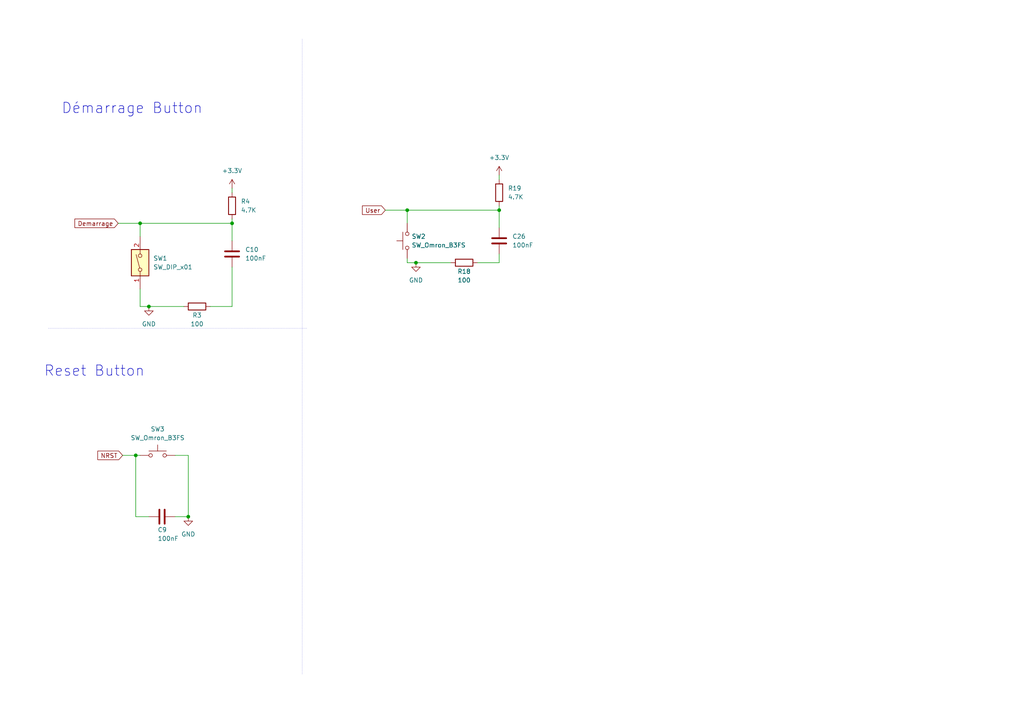
<source format=kicad_sch>
(kicad_sch (version 20230121) (generator eeschema)
  (paper "A4")
  (lib_symbols
    (symbol "C_1" (pin_numbers hide) (pin_names (offset 0.254))
      (property "Reference" "C" (at 0.635 2.54 0))
      (property "Value" "C" (at 0.635 -2.54 0))
      (symbol "C_1_0_1"
        (polyline (pts (xy -2.032 -0.762) (xy 2.032 -0.762)) (stroke (width 0.508)))
        (polyline (pts (xy -2.032 0.762) (xy 2.032 0.762)) (stroke (width 0.508)))
      )
      (symbol "C_1_1_1"
        (pin passive line (at 0 3.81 270) (length 2.794) (name "~") (number "1"))
        (pin passive line (at 0 -3.81 90) (length 2.794) (name "~") (number "2"))
      )
    )
    (symbol "R_1" (pin_numbers hide) (pin_names (offset 0))
      (property "Reference" "R" (at 2.032 0 90))
      (property "Value" "R" (at 0 0 90))
      (symbol "R_1_0_1"
        (rectangle (start -1.016 -2.54) (end 1.016 2.54) (stroke (width 0.254)))
      )
      (symbol "R_1_1_1"
        (pin passive line (at 0 3.81 270) (length 1.27) (name "~") (number "1"))
        (pin passive line (at 0 -3.81 90) (length 1.27) (name "~") (number "2"))
      )
    )
    (symbol "Switch:SW_DIP_x01" (pin_names (offset 0) hide)
      (property "Reference" "SW" (at 0 3.81 0))
      (property "Value" "SW_DIP_x01" (at 0 -3.81 0))
      (symbol "SW_DIP_x01_0_0"
        (circle (center -2.032 0) (radius 0.508))
        (polyline (pts (xy -1.524 0.127) (xy 2.3622 1.1684)))
        (circle (center 2.032 0) (radius 0.508))
      )
      (symbol "SW_DIP_x01_0_1"
        (rectangle (start -3.81 2.54) (end 3.81 -2.54) (stroke (width 0.254)) (fill (type background)))
      )
      (symbol "SW_DIP_x01_1_1"
        (pin passive line (at -7.62 0 0) (length 5.08) (name "~") (number "1"))
        (pin passive line (at 7.62 0 180) (length 5.08) (name "~") (number "2"))
      )
    )
    (symbol "Switch:SW_Omron_B3FS" (pin_numbers hide) (pin_names (offset 1.016) hide)
      (property "Reference" "SW" (at 1.27 2.54 0))
      (property "Value" "SW_Omron_B3FS" (at 0 -1.524 0))
      (symbol "SW_Omron_B3FS_0_1"
        (circle (center -2.032 0) (radius 0.508))
        (polyline (pts (xy 0 1.27) (xy 0 3.048)))
        (polyline (pts (xy 2.54 1.27) (xy -2.54 1.27)))
        (circle (center 2.032 0) (radius 0.508))
        (pin passive line (at -5.08 0 0) (length 2.54) (name "1") (number "1"))
        (pin passive line (at 5.08 0 180) (length 2.54) (name "2") (number "2"))
      )
    )
    (symbol "power:+3.3V" (power) (pin_names (offset 0))
      (property "Value" "+3.3V" (at 0 3.556 0))
      (symbol "+3.3V_0_1"
        (polyline (pts (xy -0.762 1.27) (xy 0 2.54)))
        (polyline (pts (xy 0 0) (xy 0 2.54)))
        (polyline (pts (xy 0 2.54) (xy 0.762 1.27)))
      )
      (symbol "+3.3V_1_1"
        (pin power_in line (at 0 0 90) (length 0) hide (name "+3.3V") (number "1"))
      )
    )
    (symbol "power:GND" (power) (pin_numbers hide) (pin_names (offset 0) hide)
      (property "Value" "GND" (at 0 -3.81 0))
      (symbol "GND_0_1"
        (polyline (pts (xy 0 0) (xy 0 -1.27) (xy 1.27 -1.27) (xy 0 -2.54) (xy -1.27 -1.27) (xy 0 -1.27)))
      )
      (symbol "GND_1_1"
        (pin power_in line (at 0 0 270) (length 0) hide (name "GND") (number "1"))
      )
    )
  )
  (junction (at 120.65 76.2))
  (junction (at 39.37 132.08))
  (junction (at 118.11 60.96))
  (junction (at 43.18 88.9))
  (junction (at 54.61 149.86))
  (junction (at 67.31 64.77))
  (junction (at 144.78 60.96))
  (junction (at 40.64 64.77))
  (wire (pts (xy 35.56 132.08) (xy 39.37 132.08)))
  (wire (pts (xy 144.78 60.96) (xy 144.78 66.04)))
  (wire (pts (xy 60.96 88.9) (xy 67.31 88.9)))
  (wire (pts (xy 67.31 54.61) (xy 67.31 55.88)))
  (wire (pts (xy 40.64 64.77) (xy 67.31 64.77)))
  (wire (pts (xy 144.78 59.69) (xy 144.78 60.96)))
  (wire (pts (xy 50.8 149.86) (xy 54.61 149.86)))
  (wire (pts (xy 67.31 63.5) (xy 67.31 64.77)))
  (wire (pts (xy 34.29 64.77) (xy 40.64 64.77)))
  (wire (pts (xy 39.37 132.08) (xy 39.37 149.86)))
  (wire (pts (xy 120.65 76.2) (xy 130.81 76.2)))
  (wire (pts (xy 40.64 132.08) (xy 39.37 132.08)))
  (wire (pts (xy 144.78 50.8) (xy 144.78 52.07)))
  (polyline (pts (xy 88.9 95.25) (xy 13.97 95.25)) (stroke (width 0.1) (type dot)))
  (wire (pts (xy 50.8 132.08) (xy 54.61 132.08)))
  (wire (pts (xy 118.11 74.93) (xy 118.11 76.2)))
  (wire (pts (xy 40.64 83.82) (xy 40.64 88.9)))
  (wire (pts (xy 118.11 76.2) (xy 120.65 76.2)))
  (wire (pts (xy 40.64 68.58) (xy 40.64 64.77)))
  (wire (pts (xy 54.61 132.08) (xy 54.61 149.86)))
  (wire (pts (xy 67.31 64.77) (xy 67.31 69.85)))
  (wire (pts (xy 118.11 64.77) (xy 118.11 60.96)))
  (polyline (pts (xy 87.63 11.43) (xy 87.63 195.58)) (stroke (width 0.1) (type dot)))
  (wire (pts (xy 43.18 149.86) (xy 39.37 149.86)))
  (wire (pts (xy 144.78 73.66) (xy 144.78 76.2)))
  (wire (pts (xy 138.43 76.2) (xy 144.78 76.2)))
  (wire (pts (xy 118.11 60.96) (xy 144.78 60.96)))
  (wire (pts (xy 40.64 88.9) (xy 43.18 88.9)))
  (wire (pts (xy 111.76 60.96) (xy 118.11 60.96)))
  (wire (pts (xy 67.31 77.47) (xy 67.31 88.9)))
  (wire (pts (xy 43.18 88.9) (xy 53.34 88.9)))
  (text "Démarrage Button\n\n" (at 17.78 38.1 0) (effects (font (size 3 3)) (justify left bottom)))
  (text "Reset Button\n\n" (at 12.7 114.3 0) (effects (font (size 3 3)) (justify left bottom)))
  (global_label "User" (shape input) (at 111.76 60.96 180) (property "Intersheetrefs" "${INTERSHEET_REFS}" (effects hide)))
  (global_label "Demarrage" (shape input) (at 34.29 64.77 180) (property "Intersheetrefs" "${INTERSHEET_REFS}" (effects hide)))
  (global_label "NRST" (shape input) (at 35.56 132.08 180) (property "Intersheetrefs" "${INTERSHEET_REFS}" (effects hide)))
  (symbol (lib_name "C_1") (lib_id "Device:C") (at 46.99 149.86 270) (unit 1)
    (property "Reference" "C9" (at 45.72 153.67 90) (effects (justify left)))
    (property "Value" "100nF" (at 45.72 156.21 90) (effects (justify left)))
    (property "Footprint" "Capacitor_SMD:C_0603_1608Metric_Pad1.08x0.95mm_HandSolder" (effects hide))
    (instances (project "Alimentation" (path "" (reference "C9") (unit 1))) (project "Microp_project_chat" (path "" (reference "C?") (unit 1)) (path "" (reference "C?") (unit 1))))
  )
  (symbol (lib_id "power:GND") (at 120.65 76.2 0) (mirror y) (unit 1)
    (property "Reference" "#PWR050" (effects hide))
    (property "Value" "GND" (at 120.65 81.28 0))
    (instances (project "Alimentation" (path "" (reference "#PWR050") (unit 1))) (project "Microp_project_chat" (path "" (reference "#PWR?") (unit 1)) (path "" (reference "#PWR?") (unit 1)) (path "" (reference "#PWR?") (unit 1))))
  )
  (symbol (lib_id "power:GND") (at 43.18 88.9 0) (mirror y) (unit 1)
    (property "Reference" "#PWR016" (effects hide))
    (property "Value" "GND" (at 43.18 93.98 0))
    (instances (project "Alimentation" (path "" (reference "#PWR016") (unit 1))) (project "Microp_project_chat" (path "" (reference "#PWR?") (unit 1)) (path "" (reference "#PWR?") (unit 1)) (path "" (reference "#PWR?") (unit 1))))
  )
  (symbol (lib_id "power:GND") (at 54.61 149.86 0) (mirror y) (unit 1)
    (property "Reference" "#PWR017" (effects hide))
    (property "Value" "GND" (at 54.61 154.94 0))
    (instances (project "Alimentation" (path "" (reference "#PWR017") (unit 1))) (project "Microp_project_chat" (path "" (reference "#PWR?") (unit 1)) (path "" (reference "#PWR?") (unit 1)) (path "" (reference "#PWR?") (unit 1))))
  )
  (symbol (lib_id "power:+3.3V") (at 144.78 50.8 0) (unit 1)
    (property "Reference" "#PWR051" (effects hide))
    (property "Value" "+3.3V" (at 144.78 45.72 0))
    (instances (project "Alimentation" (path "" (reference "#PWR051") (unit 1))) (project "Microp_project_chat" (path "" (reference "#PWR?") (unit 1)) (path "" (reference "#PWR?") (unit 1))))
  )
  (symbol (lib_name "C_1") (lib_id "Device:C") (at 144.78 69.85 0) (unit 1)
    (property "Reference" "C26" (at 148.59 68.58 0) (effects (justify left)))
    (property "Value" "100nF" (at 148.59 71.12 0) (effects (justify left)))
    (property "Footprint" "Capacitor_SMD:C_0603_1608Metric_Pad1.08x0.95mm_HandSolder" (effects hide))
    (instances (project "Alimentation" (path "" (reference "C26") (unit 1))) (project "Microp_project_chat" (path "" (reference "C?") (unit 1)) (path "" (reference "C?") (unit 1))))
  )
  (symbol (lib_name "R_1") (lib_id "Device:R") (at 67.31 59.69 0) (unit 1)
    (property "Reference" "R4" (at 69.85 58.42 0) (effects (justify left)))
    (property "Value" "4.7K" (at 69.85 60.96 0) (effects (justify left)))
    (property "Footprint" "Resistor_SMD:R_0603_1608Metric_Pad0.98x0.95mm_HandSolder" (effects hide))
    (instances (project "Alimentation" (path "" (reference "R4") (unit 1))) (project "Microp_project_chat" (path "" (reference "R?") (unit 1)) (path "" (reference "R?") (unit 1))))
  )
  (symbol (lib_id "Switch:SW_Omron_B3FS") (at 118.11 69.85 90) (unit 1)
    (property "Reference" "SW2" (at 119.38 68.58 90) (effects (justify right)))
    (property "Value" "SW_Omron_B3FS" (at 119.38 71.12 90) (effects (justify right)))
    (property "Footprint" "Button_Switch_SMD:SW_SPST_B3U-1000P" (effects hide))
    (property "Datasheet" "https://omronfs.omron.com/en_US/ecb/products/pdf/en-b3fs.pdf" (effects hide))
  )
  (symbol (lib_name "R_1") (lib_id "Device:R") (at 57.15 88.9 270) (unit 1)
    (property "Reference" "R3" (at 57.15 91.44 90))
    (property "Value" "100" (at 57.15 93.98 90))
    (property "Footprint" "Resistor_SMD:R_0603_1608Metric_Pad0.98x0.95mm_HandSolder" (effects hide))
    (instances (project "Alimentation" (path "" (reference "R3") (unit 1))) (project "Microp_project_chat" (path "" (reference "R?") (unit 1)) (path "" (reference "R?") (unit 1))))
  )
  (symbol (lib_name "R_1") (lib_id "Device:R") (at 144.78 55.88 0) (unit 1)
    (property "Reference" "R19" (at 147.32 54.61 0) (effects (justify left)))
    (property "Value" "4.7K" (at 147.32 57.15 0) (effects (justify left)))
    (property "Footprint" "Resistor_SMD:R_0603_1608Metric_Pad0.98x0.95mm_HandSolder" (effects hide))
    (instances (project "Alimentation" (path "" (reference "R19") (unit 1))) (project "Microp_project_chat" (path "" (reference "R?") (unit 1)) (path "" (reference "R?") (unit 1))))
  )
  (symbol (lib_name "R_1") (lib_id "Device:R") (at 134.62 76.2 270) (unit 1)
    (property "Reference" "R18" (at 134.62 78.74 90))
    (property "Value" "100" (at 134.62 81.28 90))
    (property "Footprint" "Resistor_SMD:R_0603_1608Metric_Pad0.98x0.95mm_HandSolder" (effects hide))
    (instances (project "Alimentation" (path "" (reference "R18") (unit 1))) (project "Microp_project_chat" (path "" (reference "R?") (unit 1)) (path "" (reference "R?") (unit 1))))
  )
  (symbol (lib_id "power:+3.3V") (at 67.31 54.61 0) (unit 1)
    (property "Reference" "#PWR018" (effects hide))
    (property "Value" "+3.3V" (at 67.31 49.53 0))
    (instances (project "Alimentation" (path "" (reference "#PWR018") (unit 1))) (project "Microp_project_chat" (path "" (reference "#PWR?") (unit 1)) (path "" (reference "#PWR?") (unit 1))))
  )
  (symbol (lib_id "Switch:SW_DIP_x01") (at 40.64 76.2 90) (unit 1)
    (property "Reference" "SW1" (at 44.45 74.93 90) (effects (justify right)))
    (property "Value" "SW_DIP_x01" (at 44.45 77.47 90) (effects (justify right)))
    (property "Footprint" "Button_Switch_SMD:SW_SPST_B3U-1000P" (effects hide))
  )
  (symbol (lib_name "C_1") (lib_id "Device:C") (at 67.31 73.66 0) (unit 1)
    (property "Reference" "C10" (at 71.12 72.39 0) (effects (justify left)))
    (property "Value" "100nF" (at 71.12 74.93 0) (effects (justify left)))
    (property "Footprint" "Capacitor_SMD:C_0603_1608Metric_Pad1.08x0.95mm_HandSolder" (effects hide))
    (instances (project "Alimentation" (path "" (reference "C10") (unit 1))) (project "Microp_project_chat" (path "" (reference "C?") (unit 1)) (path "" (reference "C?") (unit 1))))
  )
  (symbol (lib_id "Switch:SW_Omron_B3FS") (at 45.72 132.08 0) (unit 1)
    (property "Reference" "SW3" (at 45.72 124.46 0))
    (property "Value" "SW_Omron_B3FS" (at 45.72 127 0))
    (property "Footprint" "Button_Switch_SMD:SW_SPST_B3U-1000P" (effects hide))
    (property "Datasheet" "https://omronfs.omron.com/en_US/ecb/products/pdf/en-b3fs.pdf" (effects hide))
  )
)
</source>
